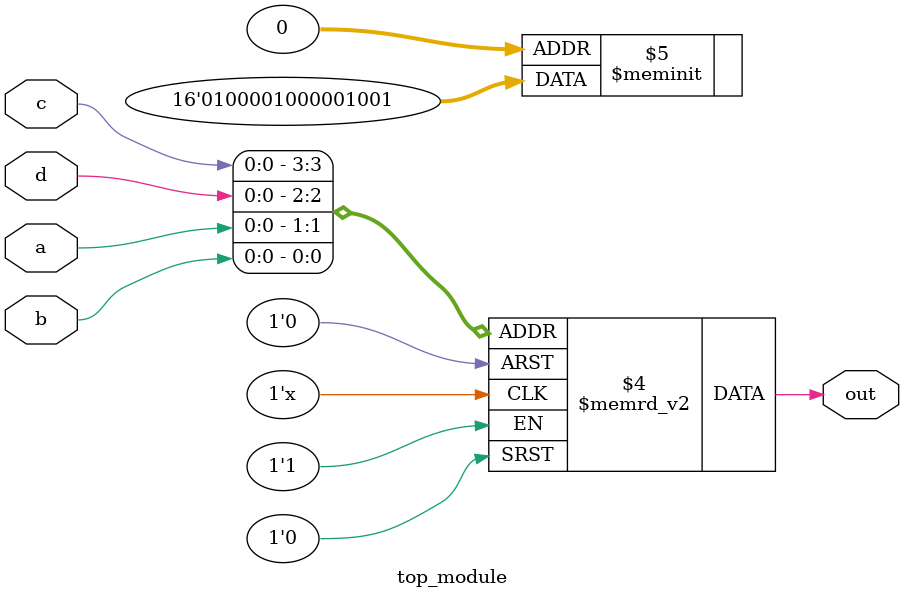
<source format=sv>
module top_module (
    input a, 
    input b,
    input c,
    input d,
    output reg out
);

always @(*) begin
    case ({c, d, a, b})
        4'b0000, 4'b0011, 4'b1001, 4'b1110: out = 1'b1;
        4'b0001, 4'b0110, 4'b1000, 4'b1101: out = 1'b0;
        default: out = 1'b0;
    endcase
end

endmodule

</source>
